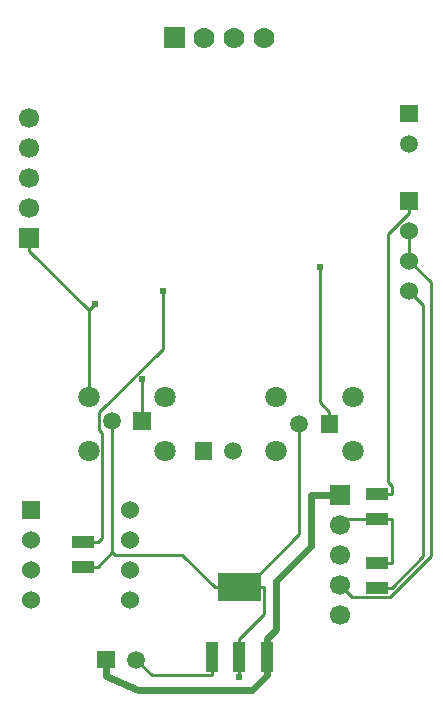
<source format=gtl>
G04 Layer: TopLayer*
G04 EasyEDA v6.5.3, 2022-04-03 23:40:25*
G04 a321ff13c4ce4c21ba8c8ab1f3bc68dd,81413e43fb254311a4bdf48f3ba91f1a,10*
G04 Gerber Generator version 0.2*
G04 Scale: 100 percent, Rotated: No, Reflected: No *
G04 Dimensions in millimeters *
G04 leading zeros omitted , absolute positions ,4 integer and 5 decimal *
%FSLAX45Y45*%
%MOMM*%

%ADD10C,0.2540*%
%ADD11C,0.6000*%
%ADD12C,0.6100*%
%ADD13R,1.8360X1.0401*%
%ADD15R,1.1000X2.5000*%
%ADD16R,1.5240X1.5240*%
%ADD17C,1.5240*%
%ADD18C,1.4986*%
%ADD21C,1.7000*%
%ADD22C,1.8000*%
%ADD24C,1.7780*%

%LPD*%
D11*
X2935224Y7920481D02*
G01*
X3018027Y8003286D01*
X3018027Y8415528D01*
X3314700Y8712200D01*
X3314700Y9144000D01*
X3403600Y9144000D01*
X3556000Y9144000D01*
X2935099Y7767495D02*
G01*
X2935099Y7614587D01*
X2935224Y7614665D02*
G01*
X2813558Y7493000D01*
X1849373Y7493000D01*
X1574800Y7607300D01*
X1574800Y7747000D01*
D10*
X3993212Y8356191D02*
G01*
X4262732Y8625710D01*
X4262732Y10748667D01*
X4140202Y10871197D01*
X3873502Y8356191D02*
G01*
X3993212Y8356191D01*
X1879602Y9766297D02*
G01*
X1879602Y10119179D01*
X2475105Y7614587D02*
G01*
X1961238Y7614587D01*
X1828827Y7746997D01*
X2475105Y7767495D02*
G01*
X2475105Y7614587D01*
X3993212Y8560203D02*
G01*
X3993212Y8940391D01*
X3873502Y8560203D02*
G01*
X3993212Y8560203D01*
X3933370Y8940391D02*
G01*
X3993212Y8940391D01*
X3933370Y8940391D02*
G01*
X3873502Y8940391D01*
X3873502Y8940391D02*
G01*
X3606396Y8940391D01*
X3556002Y8889997D01*
X4140202Y11125197D02*
G01*
X4140202Y11379197D01*
X4140202Y11125197D02*
G01*
X4325470Y10939929D01*
X4325470Y8619690D01*
X3981884Y8276104D01*
X3661895Y8276104D01*
X3556002Y8381997D01*
X3993212Y9144403D02*
G01*
X3993212Y9216895D01*
X3963291Y9246816D01*
X3963291Y11352171D01*
X4140202Y11529082D01*
X3873502Y9144403D02*
G01*
X3993212Y9144403D01*
X4140202Y11633197D02*
G01*
X4140202Y11529082D01*
D11*
X2935099Y7769959D02*
G01*
X2935099Y7920403D01*
D10*
X2935099Y7769959D02*
G01*
X2935099Y7767495D01*
X3467102Y9843742D02*
G01*
X3383714Y9927130D01*
X3383714Y11074397D01*
X3467102Y9740897D02*
G01*
X3467102Y9843742D01*
X2705102Y7920403D02*
G01*
X2913026Y8128327D01*
X2913026Y8361499D01*
X2705102Y7767495D02*
G01*
X2705102Y7920403D01*
X2767205Y8361499D02*
G01*
X2913026Y8361499D01*
X2767205Y8361499D02*
G01*
X3213102Y8807396D01*
X3213102Y9740897D01*
X1384302Y8533991D02*
G01*
X1504012Y8533991D01*
X2705102Y7767495D02*
G01*
X2705102Y7614587D01*
X2705102Y7614587D02*
G01*
X2705102Y7596527D01*
X927102Y11315697D02*
G01*
X927102Y11202794D01*
X1427482Y9965941D02*
G01*
X1427482Y10702414D01*
X1427482Y10702414D02*
G01*
X927102Y11202794D01*
X1427482Y10702414D02*
G01*
X1428092Y10702414D01*
X1484073Y10758396D01*
X2736166Y8361499D02*
G01*
X2767205Y8361499D01*
X2736166Y8361499D02*
G01*
X2705102Y8361499D01*
X2497178Y8361499D02*
G01*
X2222680Y8635997D01*
X1654177Y8635997D01*
X1630098Y8660076D01*
X1504012Y8533991D02*
G01*
X1630098Y8660076D01*
X1630098Y8660076D02*
G01*
X1630098Y9761801D01*
X1625602Y9766297D01*
X2705102Y8361499D02*
G01*
X2497178Y8361499D01*
X1504012Y8738003D02*
G01*
X1545567Y8779558D01*
X1545567Y9662360D01*
X1519684Y9688243D01*
X1519684Y9843437D01*
X2055573Y10379326D01*
X2055573Y10866041D01*
X1384302Y8738003D02*
G01*
X1504012Y8738003D01*
D13*
G01*
X1384300Y8738006D03*
G01*
X1384300Y8533993D03*
G01*
X3873500Y8940393D03*
G01*
X3873500Y9144406D03*
G01*
X3873500Y8560206D03*
G01*
X3873500Y8356193D03*
G36*
X2885099Y8244494D02*
G01*
X2525100Y8244494D01*
X2525100Y8478494D01*
X2885099Y8478494D01*
G37*
D15*
G01*
X2935097Y7767497D03*
G01*
X2705100Y7767497D03*
G01*
X2475102Y7767497D03*
D16*
G01*
X939800Y9017000D03*
D17*
G01*
X939800Y8763000D03*
G01*
X939800Y8509000D03*
G01*
X939800Y8255000D03*
D18*
G01*
X3213100Y9740900D03*
G36*
X3542029Y9815829D02*
G01*
X3392170Y9815829D01*
X3392170Y9665970D01*
X3542029Y9665970D01*
G37*
G36*
X1012088Y11230711D02*
G01*
X1012088Y11400688D01*
X842111Y11400688D01*
X842111Y11230711D01*
G37*
D21*
G01*
X927100Y11569700D03*
G01*
X927100Y11823700D03*
G01*
X927100Y12077700D03*
G01*
X927100Y12331700D03*
D18*
G01*
X1828825Y7747000D03*
G36*
X1499870Y7672070D02*
G01*
X1649729Y7672070D01*
X1649729Y7821929D01*
X1499870Y7821929D01*
G37*
G36*
X3471011Y9228988D02*
G01*
X3471011Y9059011D01*
X3640988Y9059011D01*
X3640988Y9228988D01*
G37*
D21*
G01*
X3556000Y8890000D03*
G01*
X3556000Y8636000D03*
G01*
X3556000Y8382000D03*
G01*
X3556000Y8128000D03*
D17*
G01*
X1778000Y9017000D03*
G01*
X1778000Y8763000D03*
G01*
X1778000Y8509000D03*
G01*
X1778000Y8255000D03*
D18*
G01*
X1625600Y9766300D03*
G36*
X1954529Y9841229D02*
G01*
X1804670Y9841229D01*
X1804670Y9691370D01*
X1954529Y9691370D01*
G37*
D16*
G01*
X4140200Y11633200D03*
D17*
G01*
X4140200Y11379200D03*
G01*
X4140200Y11125200D03*
G01*
X4140200Y10871200D03*
D18*
G01*
X4140200Y12115800D03*
G36*
X4065270Y12444729D02*
G01*
X4065270Y12294870D01*
X4215129Y12294870D01*
X4215129Y12444729D01*
G37*
G01*
X2654300Y9512300D03*
G36*
X2325370Y9437370D02*
G01*
X2475229Y9437370D01*
X2475229Y9587229D01*
X2325370Y9587229D01*
G37*
D22*
G01*
X3014979Y9965944D03*
G01*
X3014979Y9515855D03*
G01*
X3665220Y9965944D03*
G01*
X3665220Y9515855D03*
G36*
X2064204Y13100210D02*
G01*
X2242004Y13100210D01*
X2242004Y12922410D01*
X2064204Y12922410D01*
G37*
D24*
G01*
X2407107Y13011378D03*
G01*
X2661107Y13011378D03*
G01*
X2915107Y13011378D03*
D22*
G01*
X1427479Y9965944D03*
G01*
X1427479Y9515855D03*
G01*
X2077720Y9965944D03*
G01*
X2077720Y9515855D03*
D12*
G01*
X2055573Y10866041D03*
G01*
X1484073Y10758396D03*
G01*
X2705102Y7596527D03*
G01*
X3383714Y11074397D03*
G01*
X1879602Y10119179D03*
M02*

</source>
